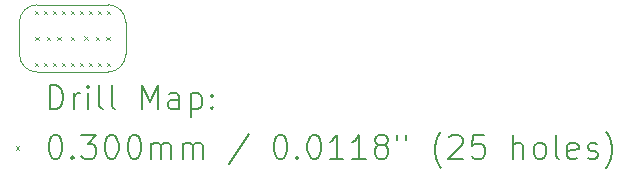
<source format=gbr>
%TF.GenerationSoftware,KiCad,Pcbnew,8.0.7-8.0.7-0~ubuntu24.04.1*%
%TF.CreationDate,2024-12-31T11:08:09-07:00*%
%TF.ProjectId,Verticale Sensor Spacer,56657274-6963-4616-9c65-2053656e736f,V1*%
%TF.SameCoordinates,Original*%
%TF.FileFunction,Drillmap*%
%TF.FilePolarity,Positive*%
%FSLAX45Y45*%
G04 Gerber Fmt 4.5, Leading zero omitted, Abs format (unit mm)*
G04 Created by KiCad (PCBNEW 8.0.7-8.0.7-0~ubuntu24.04.1) date 2024-12-31 11:08:09*
%MOMM*%
%LPD*%
G01*
G04 APERTURE LIST*
%ADD10C,0.050000*%
%ADD11C,0.200000*%
%ADD12C,0.100000*%
G04 APERTURE END LIST*
D10*
X14890000Y-9985000D02*
X14890000Y-10255000D01*
X14740000Y-9835000D02*
G75*
G02*
X14890000Y-9985000I0J-150000D01*
G01*
X14140000Y-9835000D02*
X14740000Y-9835000D01*
X14140000Y-10405000D02*
G75*
G02*
X13990000Y-10255000I0J150000D01*
G01*
X14890000Y-10255000D02*
G75*
G02*
X14740000Y-10405000I-150000J0D01*
G01*
X13990000Y-10255000D02*
X13990000Y-9985000D01*
X13990000Y-9985000D02*
G75*
G02*
X14140000Y-9835000I150000J0D01*
G01*
X14740000Y-10405000D02*
X14140000Y-10405000D01*
D11*
D12*
X14121003Y-9885023D02*
X14151003Y-9915023D01*
X14151003Y-9885023D02*
X14121003Y-9915023D01*
X14121142Y-10324848D02*
X14151142Y-10354848D01*
X14151142Y-10324848D02*
X14121142Y-10354848D01*
X14122596Y-10105263D02*
X14152596Y-10135263D01*
X14152596Y-10105263D02*
X14122596Y-10135263D01*
X14197002Y-9884583D02*
X14227002Y-9914583D01*
X14227002Y-9884583D02*
X14197002Y-9914583D01*
X14197140Y-10325372D02*
X14227140Y-10355372D01*
X14227140Y-10325372D02*
X14197140Y-10355372D01*
X14220000Y-10104943D02*
X14250000Y-10134943D01*
X14250000Y-10104943D02*
X14220000Y-10134943D01*
X14273001Y-9885013D02*
X14303001Y-9915013D01*
X14303001Y-9885013D02*
X14273001Y-9915013D01*
X14273140Y-10324999D02*
X14303140Y-10354999D01*
X14303140Y-10324999D02*
X14273140Y-10354999D01*
X14311575Y-10105407D02*
X14341575Y-10135407D01*
X14341575Y-10105407D02*
X14311575Y-10135407D01*
X14349001Y-9884931D02*
X14379001Y-9914931D01*
X14379001Y-9884931D02*
X14349001Y-9914931D01*
X14349140Y-10325000D02*
X14379140Y-10355000D01*
X14379140Y-10325000D02*
X14349140Y-10355000D01*
X14425000Y-9885408D02*
X14455000Y-9915408D01*
X14455000Y-9885408D02*
X14425000Y-9915408D01*
X14425000Y-10105000D02*
X14455000Y-10135000D01*
X14455000Y-10105000D02*
X14425000Y-10135000D01*
X14425140Y-10325000D02*
X14455140Y-10355000D01*
X14455140Y-10325000D02*
X14425140Y-10355000D01*
X14500998Y-9884891D02*
X14530998Y-9914891D01*
X14530998Y-9884891D02*
X14500998Y-9914891D01*
X14501140Y-10325000D02*
X14531140Y-10355000D01*
X14531140Y-10325000D02*
X14501140Y-10355000D01*
X14537719Y-10103648D02*
X14567719Y-10133648D01*
X14567719Y-10103648D02*
X14537719Y-10133648D01*
X14576999Y-9885020D02*
X14606999Y-9915020D01*
X14606999Y-9885020D02*
X14576999Y-9915020D01*
X14577141Y-10325000D02*
X14607141Y-10355000D01*
X14607141Y-10325000D02*
X14577141Y-10355000D01*
X14635078Y-10105078D02*
X14665078Y-10135078D01*
X14665078Y-10105078D02*
X14635078Y-10135078D01*
X14652998Y-9884583D02*
X14682998Y-9914583D01*
X14682998Y-9884583D02*
X14652998Y-9914583D01*
X14653298Y-10324999D02*
X14683298Y-10354999D01*
X14683298Y-10324999D02*
X14653298Y-10354999D01*
X14727326Y-10104644D02*
X14757326Y-10134644D01*
X14757326Y-10104644D02*
X14727326Y-10134644D01*
X14728995Y-9885192D02*
X14758995Y-9915192D01*
X14758995Y-9885192D02*
X14728995Y-9915192D01*
X14729298Y-10325008D02*
X14759298Y-10355008D01*
X14759298Y-10325008D02*
X14729298Y-10355008D01*
D11*
X14248277Y-10718984D02*
X14248277Y-10518984D01*
X14248277Y-10518984D02*
X14295896Y-10518984D01*
X14295896Y-10518984D02*
X14324467Y-10528508D01*
X14324467Y-10528508D02*
X14343515Y-10547555D01*
X14343515Y-10547555D02*
X14353039Y-10566603D01*
X14353039Y-10566603D02*
X14362562Y-10604698D01*
X14362562Y-10604698D02*
X14362562Y-10633270D01*
X14362562Y-10633270D02*
X14353039Y-10671365D01*
X14353039Y-10671365D02*
X14343515Y-10690412D01*
X14343515Y-10690412D02*
X14324467Y-10709460D01*
X14324467Y-10709460D02*
X14295896Y-10718984D01*
X14295896Y-10718984D02*
X14248277Y-10718984D01*
X14448277Y-10718984D02*
X14448277Y-10585650D01*
X14448277Y-10623746D02*
X14457801Y-10604698D01*
X14457801Y-10604698D02*
X14467324Y-10595174D01*
X14467324Y-10595174D02*
X14486372Y-10585650D01*
X14486372Y-10585650D02*
X14505420Y-10585650D01*
X14572086Y-10718984D02*
X14572086Y-10585650D01*
X14572086Y-10518984D02*
X14562562Y-10528508D01*
X14562562Y-10528508D02*
X14572086Y-10538031D01*
X14572086Y-10538031D02*
X14581610Y-10528508D01*
X14581610Y-10528508D02*
X14572086Y-10518984D01*
X14572086Y-10518984D02*
X14572086Y-10538031D01*
X14695896Y-10718984D02*
X14676848Y-10709460D01*
X14676848Y-10709460D02*
X14667324Y-10690412D01*
X14667324Y-10690412D02*
X14667324Y-10518984D01*
X14800658Y-10718984D02*
X14781610Y-10709460D01*
X14781610Y-10709460D02*
X14772086Y-10690412D01*
X14772086Y-10690412D02*
X14772086Y-10518984D01*
X15029229Y-10718984D02*
X15029229Y-10518984D01*
X15029229Y-10518984D02*
X15095896Y-10661841D01*
X15095896Y-10661841D02*
X15162562Y-10518984D01*
X15162562Y-10518984D02*
X15162562Y-10718984D01*
X15343515Y-10718984D02*
X15343515Y-10614222D01*
X15343515Y-10614222D02*
X15333991Y-10595174D01*
X15333991Y-10595174D02*
X15314943Y-10585650D01*
X15314943Y-10585650D02*
X15276848Y-10585650D01*
X15276848Y-10585650D02*
X15257801Y-10595174D01*
X15343515Y-10709460D02*
X15324467Y-10718984D01*
X15324467Y-10718984D02*
X15276848Y-10718984D01*
X15276848Y-10718984D02*
X15257801Y-10709460D01*
X15257801Y-10709460D02*
X15248277Y-10690412D01*
X15248277Y-10690412D02*
X15248277Y-10671365D01*
X15248277Y-10671365D02*
X15257801Y-10652317D01*
X15257801Y-10652317D02*
X15276848Y-10642793D01*
X15276848Y-10642793D02*
X15324467Y-10642793D01*
X15324467Y-10642793D02*
X15343515Y-10633270D01*
X15438753Y-10585650D02*
X15438753Y-10785650D01*
X15438753Y-10595174D02*
X15457801Y-10585650D01*
X15457801Y-10585650D02*
X15495896Y-10585650D01*
X15495896Y-10585650D02*
X15514943Y-10595174D01*
X15514943Y-10595174D02*
X15524467Y-10604698D01*
X15524467Y-10604698D02*
X15533991Y-10623746D01*
X15533991Y-10623746D02*
X15533991Y-10680889D01*
X15533991Y-10680889D02*
X15524467Y-10699936D01*
X15524467Y-10699936D02*
X15514943Y-10709460D01*
X15514943Y-10709460D02*
X15495896Y-10718984D01*
X15495896Y-10718984D02*
X15457801Y-10718984D01*
X15457801Y-10718984D02*
X15438753Y-10709460D01*
X15619705Y-10699936D02*
X15629229Y-10709460D01*
X15629229Y-10709460D02*
X15619705Y-10718984D01*
X15619705Y-10718984D02*
X15610182Y-10709460D01*
X15610182Y-10709460D02*
X15619705Y-10699936D01*
X15619705Y-10699936D02*
X15619705Y-10718984D01*
X15619705Y-10595174D02*
X15629229Y-10604698D01*
X15629229Y-10604698D02*
X15619705Y-10614222D01*
X15619705Y-10614222D02*
X15610182Y-10604698D01*
X15610182Y-10604698D02*
X15619705Y-10595174D01*
X15619705Y-10595174D02*
X15619705Y-10614222D01*
D12*
X13957500Y-11032500D02*
X13987500Y-11062500D01*
X13987500Y-11032500D02*
X13957500Y-11062500D01*
D11*
X14286372Y-10938984D02*
X14305420Y-10938984D01*
X14305420Y-10938984D02*
X14324467Y-10948508D01*
X14324467Y-10948508D02*
X14333991Y-10958031D01*
X14333991Y-10958031D02*
X14343515Y-10977079D01*
X14343515Y-10977079D02*
X14353039Y-11015174D01*
X14353039Y-11015174D02*
X14353039Y-11062793D01*
X14353039Y-11062793D02*
X14343515Y-11100889D01*
X14343515Y-11100889D02*
X14333991Y-11119936D01*
X14333991Y-11119936D02*
X14324467Y-11129460D01*
X14324467Y-11129460D02*
X14305420Y-11138984D01*
X14305420Y-11138984D02*
X14286372Y-11138984D01*
X14286372Y-11138984D02*
X14267324Y-11129460D01*
X14267324Y-11129460D02*
X14257801Y-11119936D01*
X14257801Y-11119936D02*
X14248277Y-11100889D01*
X14248277Y-11100889D02*
X14238753Y-11062793D01*
X14238753Y-11062793D02*
X14238753Y-11015174D01*
X14238753Y-11015174D02*
X14248277Y-10977079D01*
X14248277Y-10977079D02*
X14257801Y-10958031D01*
X14257801Y-10958031D02*
X14267324Y-10948508D01*
X14267324Y-10948508D02*
X14286372Y-10938984D01*
X14438753Y-11119936D02*
X14448277Y-11129460D01*
X14448277Y-11129460D02*
X14438753Y-11138984D01*
X14438753Y-11138984D02*
X14429229Y-11129460D01*
X14429229Y-11129460D02*
X14438753Y-11119936D01*
X14438753Y-11119936D02*
X14438753Y-11138984D01*
X14514943Y-10938984D02*
X14638753Y-10938984D01*
X14638753Y-10938984D02*
X14572086Y-11015174D01*
X14572086Y-11015174D02*
X14600658Y-11015174D01*
X14600658Y-11015174D02*
X14619705Y-11024698D01*
X14619705Y-11024698D02*
X14629229Y-11034222D01*
X14629229Y-11034222D02*
X14638753Y-11053270D01*
X14638753Y-11053270D02*
X14638753Y-11100889D01*
X14638753Y-11100889D02*
X14629229Y-11119936D01*
X14629229Y-11119936D02*
X14619705Y-11129460D01*
X14619705Y-11129460D02*
X14600658Y-11138984D01*
X14600658Y-11138984D02*
X14543515Y-11138984D01*
X14543515Y-11138984D02*
X14524467Y-11129460D01*
X14524467Y-11129460D02*
X14514943Y-11119936D01*
X14762562Y-10938984D02*
X14781610Y-10938984D01*
X14781610Y-10938984D02*
X14800658Y-10948508D01*
X14800658Y-10948508D02*
X14810182Y-10958031D01*
X14810182Y-10958031D02*
X14819705Y-10977079D01*
X14819705Y-10977079D02*
X14829229Y-11015174D01*
X14829229Y-11015174D02*
X14829229Y-11062793D01*
X14829229Y-11062793D02*
X14819705Y-11100889D01*
X14819705Y-11100889D02*
X14810182Y-11119936D01*
X14810182Y-11119936D02*
X14800658Y-11129460D01*
X14800658Y-11129460D02*
X14781610Y-11138984D01*
X14781610Y-11138984D02*
X14762562Y-11138984D01*
X14762562Y-11138984D02*
X14743515Y-11129460D01*
X14743515Y-11129460D02*
X14733991Y-11119936D01*
X14733991Y-11119936D02*
X14724467Y-11100889D01*
X14724467Y-11100889D02*
X14714943Y-11062793D01*
X14714943Y-11062793D02*
X14714943Y-11015174D01*
X14714943Y-11015174D02*
X14724467Y-10977079D01*
X14724467Y-10977079D02*
X14733991Y-10958031D01*
X14733991Y-10958031D02*
X14743515Y-10948508D01*
X14743515Y-10948508D02*
X14762562Y-10938984D01*
X14953039Y-10938984D02*
X14972086Y-10938984D01*
X14972086Y-10938984D02*
X14991134Y-10948508D01*
X14991134Y-10948508D02*
X15000658Y-10958031D01*
X15000658Y-10958031D02*
X15010182Y-10977079D01*
X15010182Y-10977079D02*
X15019705Y-11015174D01*
X15019705Y-11015174D02*
X15019705Y-11062793D01*
X15019705Y-11062793D02*
X15010182Y-11100889D01*
X15010182Y-11100889D02*
X15000658Y-11119936D01*
X15000658Y-11119936D02*
X14991134Y-11129460D01*
X14991134Y-11129460D02*
X14972086Y-11138984D01*
X14972086Y-11138984D02*
X14953039Y-11138984D01*
X14953039Y-11138984D02*
X14933991Y-11129460D01*
X14933991Y-11129460D02*
X14924467Y-11119936D01*
X14924467Y-11119936D02*
X14914943Y-11100889D01*
X14914943Y-11100889D02*
X14905420Y-11062793D01*
X14905420Y-11062793D02*
X14905420Y-11015174D01*
X14905420Y-11015174D02*
X14914943Y-10977079D01*
X14914943Y-10977079D02*
X14924467Y-10958031D01*
X14924467Y-10958031D02*
X14933991Y-10948508D01*
X14933991Y-10948508D02*
X14953039Y-10938984D01*
X15105420Y-11138984D02*
X15105420Y-11005650D01*
X15105420Y-11024698D02*
X15114943Y-11015174D01*
X15114943Y-11015174D02*
X15133991Y-11005650D01*
X15133991Y-11005650D02*
X15162563Y-11005650D01*
X15162563Y-11005650D02*
X15181610Y-11015174D01*
X15181610Y-11015174D02*
X15191134Y-11034222D01*
X15191134Y-11034222D02*
X15191134Y-11138984D01*
X15191134Y-11034222D02*
X15200658Y-11015174D01*
X15200658Y-11015174D02*
X15219705Y-11005650D01*
X15219705Y-11005650D02*
X15248277Y-11005650D01*
X15248277Y-11005650D02*
X15267324Y-11015174D01*
X15267324Y-11015174D02*
X15276848Y-11034222D01*
X15276848Y-11034222D02*
X15276848Y-11138984D01*
X15372086Y-11138984D02*
X15372086Y-11005650D01*
X15372086Y-11024698D02*
X15381610Y-11015174D01*
X15381610Y-11015174D02*
X15400658Y-11005650D01*
X15400658Y-11005650D02*
X15429229Y-11005650D01*
X15429229Y-11005650D02*
X15448277Y-11015174D01*
X15448277Y-11015174D02*
X15457801Y-11034222D01*
X15457801Y-11034222D02*
X15457801Y-11138984D01*
X15457801Y-11034222D02*
X15467324Y-11015174D01*
X15467324Y-11015174D02*
X15486372Y-11005650D01*
X15486372Y-11005650D02*
X15514943Y-11005650D01*
X15514943Y-11005650D02*
X15533991Y-11015174D01*
X15533991Y-11015174D02*
X15543515Y-11034222D01*
X15543515Y-11034222D02*
X15543515Y-11138984D01*
X15933991Y-10929460D02*
X15762563Y-11186603D01*
X16191134Y-10938984D02*
X16210182Y-10938984D01*
X16210182Y-10938984D02*
X16229229Y-10948508D01*
X16229229Y-10948508D02*
X16238753Y-10958031D01*
X16238753Y-10958031D02*
X16248277Y-10977079D01*
X16248277Y-10977079D02*
X16257801Y-11015174D01*
X16257801Y-11015174D02*
X16257801Y-11062793D01*
X16257801Y-11062793D02*
X16248277Y-11100889D01*
X16248277Y-11100889D02*
X16238753Y-11119936D01*
X16238753Y-11119936D02*
X16229229Y-11129460D01*
X16229229Y-11129460D02*
X16210182Y-11138984D01*
X16210182Y-11138984D02*
X16191134Y-11138984D01*
X16191134Y-11138984D02*
X16172086Y-11129460D01*
X16172086Y-11129460D02*
X16162563Y-11119936D01*
X16162563Y-11119936D02*
X16153039Y-11100889D01*
X16153039Y-11100889D02*
X16143515Y-11062793D01*
X16143515Y-11062793D02*
X16143515Y-11015174D01*
X16143515Y-11015174D02*
X16153039Y-10977079D01*
X16153039Y-10977079D02*
X16162563Y-10958031D01*
X16162563Y-10958031D02*
X16172086Y-10948508D01*
X16172086Y-10948508D02*
X16191134Y-10938984D01*
X16343515Y-11119936D02*
X16353039Y-11129460D01*
X16353039Y-11129460D02*
X16343515Y-11138984D01*
X16343515Y-11138984D02*
X16333991Y-11129460D01*
X16333991Y-11129460D02*
X16343515Y-11119936D01*
X16343515Y-11119936D02*
X16343515Y-11138984D01*
X16476848Y-10938984D02*
X16495896Y-10938984D01*
X16495896Y-10938984D02*
X16514944Y-10948508D01*
X16514944Y-10948508D02*
X16524467Y-10958031D01*
X16524467Y-10958031D02*
X16533991Y-10977079D01*
X16533991Y-10977079D02*
X16543515Y-11015174D01*
X16543515Y-11015174D02*
X16543515Y-11062793D01*
X16543515Y-11062793D02*
X16533991Y-11100889D01*
X16533991Y-11100889D02*
X16524467Y-11119936D01*
X16524467Y-11119936D02*
X16514944Y-11129460D01*
X16514944Y-11129460D02*
X16495896Y-11138984D01*
X16495896Y-11138984D02*
X16476848Y-11138984D01*
X16476848Y-11138984D02*
X16457801Y-11129460D01*
X16457801Y-11129460D02*
X16448277Y-11119936D01*
X16448277Y-11119936D02*
X16438753Y-11100889D01*
X16438753Y-11100889D02*
X16429229Y-11062793D01*
X16429229Y-11062793D02*
X16429229Y-11015174D01*
X16429229Y-11015174D02*
X16438753Y-10977079D01*
X16438753Y-10977079D02*
X16448277Y-10958031D01*
X16448277Y-10958031D02*
X16457801Y-10948508D01*
X16457801Y-10948508D02*
X16476848Y-10938984D01*
X16733991Y-11138984D02*
X16619706Y-11138984D01*
X16676848Y-11138984D02*
X16676848Y-10938984D01*
X16676848Y-10938984D02*
X16657801Y-10967555D01*
X16657801Y-10967555D02*
X16638753Y-10986603D01*
X16638753Y-10986603D02*
X16619706Y-10996127D01*
X16924468Y-11138984D02*
X16810182Y-11138984D01*
X16867325Y-11138984D02*
X16867325Y-10938984D01*
X16867325Y-10938984D02*
X16848277Y-10967555D01*
X16848277Y-10967555D02*
X16829229Y-10986603D01*
X16829229Y-10986603D02*
X16810182Y-10996127D01*
X17038753Y-11024698D02*
X17019706Y-11015174D01*
X17019706Y-11015174D02*
X17010182Y-11005650D01*
X17010182Y-11005650D02*
X17000658Y-10986603D01*
X17000658Y-10986603D02*
X17000658Y-10977079D01*
X17000658Y-10977079D02*
X17010182Y-10958031D01*
X17010182Y-10958031D02*
X17019706Y-10948508D01*
X17019706Y-10948508D02*
X17038753Y-10938984D01*
X17038753Y-10938984D02*
X17076849Y-10938984D01*
X17076849Y-10938984D02*
X17095896Y-10948508D01*
X17095896Y-10948508D02*
X17105420Y-10958031D01*
X17105420Y-10958031D02*
X17114944Y-10977079D01*
X17114944Y-10977079D02*
X17114944Y-10986603D01*
X17114944Y-10986603D02*
X17105420Y-11005650D01*
X17105420Y-11005650D02*
X17095896Y-11015174D01*
X17095896Y-11015174D02*
X17076849Y-11024698D01*
X17076849Y-11024698D02*
X17038753Y-11024698D01*
X17038753Y-11024698D02*
X17019706Y-11034222D01*
X17019706Y-11034222D02*
X17010182Y-11043746D01*
X17010182Y-11043746D02*
X17000658Y-11062793D01*
X17000658Y-11062793D02*
X17000658Y-11100889D01*
X17000658Y-11100889D02*
X17010182Y-11119936D01*
X17010182Y-11119936D02*
X17019706Y-11129460D01*
X17019706Y-11129460D02*
X17038753Y-11138984D01*
X17038753Y-11138984D02*
X17076849Y-11138984D01*
X17076849Y-11138984D02*
X17095896Y-11129460D01*
X17095896Y-11129460D02*
X17105420Y-11119936D01*
X17105420Y-11119936D02*
X17114944Y-11100889D01*
X17114944Y-11100889D02*
X17114944Y-11062793D01*
X17114944Y-11062793D02*
X17105420Y-11043746D01*
X17105420Y-11043746D02*
X17095896Y-11034222D01*
X17095896Y-11034222D02*
X17076849Y-11024698D01*
X17191134Y-10938984D02*
X17191134Y-10977079D01*
X17267325Y-10938984D02*
X17267325Y-10977079D01*
X17562563Y-11215174D02*
X17553039Y-11205650D01*
X17553039Y-11205650D02*
X17533991Y-11177079D01*
X17533991Y-11177079D02*
X17524468Y-11158031D01*
X17524468Y-11158031D02*
X17514944Y-11129460D01*
X17514944Y-11129460D02*
X17505420Y-11081841D01*
X17505420Y-11081841D02*
X17505420Y-11043746D01*
X17505420Y-11043746D02*
X17514944Y-10996127D01*
X17514944Y-10996127D02*
X17524468Y-10967555D01*
X17524468Y-10967555D02*
X17533991Y-10948508D01*
X17533991Y-10948508D02*
X17553039Y-10919936D01*
X17553039Y-10919936D02*
X17562563Y-10910412D01*
X17629230Y-10958031D02*
X17638753Y-10948508D01*
X17638753Y-10948508D02*
X17657801Y-10938984D01*
X17657801Y-10938984D02*
X17705420Y-10938984D01*
X17705420Y-10938984D02*
X17724468Y-10948508D01*
X17724468Y-10948508D02*
X17733991Y-10958031D01*
X17733991Y-10958031D02*
X17743515Y-10977079D01*
X17743515Y-10977079D02*
X17743515Y-10996127D01*
X17743515Y-10996127D02*
X17733991Y-11024698D01*
X17733991Y-11024698D02*
X17619706Y-11138984D01*
X17619706Y-11138984D02*
X17743515Y-11138984D01*
X17924468Y-10938984D02*
X17829230Y-10938984D01*
X17829230Y-10938984D02*
X17819706Y-11034222D01*
X17819706Y-11034222D02*
X17829230Y-11024698D01*
X17829230Y-11024698D02*
X17848277Y-11015174D01*
X17848277Y-11015174D02*
X17895896Y-11015174D01*
X17895896Y-11015174D02*
X17914944Y-11024698D01*
X17914944Y-11024698D02*
X17924468Y-11034222D01*
X17924468Y-11034222D02*
X17933991Y-11053270D01*
X17933991Y-11053270D02*
X17933991Y-11100889D01*
X17933991Y-11100889D02*
X17924468Y-11119936D01*
X17924468Y-11119936D02*
X17914944Y-11129460D01*
X17914944Y-11129460D02*
X17895896Y-11138984D01*
X17895896Y-11138984D02*
X17848277Y-11138984D01*
X17848277Y-11138984D02*
X17829230Y-11129460D01*
X17829230Y-11129460D02*
X17819706Y-11119936D01*
X18172087Y-11138984D02*
X18172087Y-10938984D01*
X18257801Y-11138984D02*
X18257801Y-11034222D01*
X18257801Y-11034222D02*
X18248277Y-11015174D01*
X18248277Y-11015174D02*
X18229230Y-11005650D01*
X18229230Y-11005650D02*
X18200658Y-11005650D01*
X18200658Y-11005650D02*
X18181611Y-11015174D01*
X18181611Y-11015174D02*
X18172087Y-11024698D01*
X18381611Y-11138984D02*
X18362563Y-11129460D01*
X18362563Y-11129460D02*
X18353039Y-11119936D01*
X18353039Y-11119936D02*
X18343515Y-11100889D01*
X18343515Y-11100889D02*
X18343515Y-11043746D01*
X18343515Y-11043746D02*
X18353039Y-11024698D01*
X18353039Y-11024698D02*
X18362563Y-11015174D01*
X18362563Y-11015174D02*
X18381611Y-11005650D01*
X18381611Y-11005650D02*
X18410182Y-11005650D01*
X18410182Y-11005650D02*
X18429230Y-11015174D01*
X18429230Y-11015174D02*
X18438753Y-11024698D01*
X18438753Y-11024698D02*
X18448277Y-11043746D01*
X18448277Y-11043746D02*
X18448277Y-11100889D01*
X18448277Y-11100889D02*
X18438753Y-11119936D01*
X18438753Y-11119936D02*
X18429230Y-11129460D01*
X18429230Y-11129460D02*
X18410182Y-11138984D01*
X18410182Y-11138984D02*
X18381611Y-11138984D01*
X18562563Y-11138984D02*
X18543515Y-11129460D01*
X18543515Y-11129460D02*
X18533992Y-11110412D01*
X18533992Y-11110412D02*
X18533992Y-10938984D01*
X18714944Y-11129460D02*
X18695896Y-11138984D01*
X18695896Y-11138984D02*
X18657801Y-11138984D01*
X18657801Y-11138984D02*
X18638753Y-11129460D01*
X18638753Y-11129460D02*
X18629230Y-11110412D01*
X18629230Y-11110412D02*
X18629230Y-11034222D01*
X18629230Y-11034222D02*
X18638753Y-11015174D01*
X18638753Y-11015174D02*
X18657801Y-11005650D01*
X18657801Y-11005650D02*
X18695896Y-11005650D01*
X18695896Y-11005650D02*
X18714944Y-11015174D01*
X18714944Y-11015174D02*
X18724468Y-11034222D01*
X18724468Y-11034222D02*
X18724468Y-11053270D01*
X18724468Y-11053270D02*
X18629230Y-11072317D01*
X18800658Y-11129460D02*
X18819706Y-11138984D01*
X18819706Y-11138984D02*
X18857801Y-11138984D01*
X18857801Y-11138984D02*
X18876849Y-11129460D01*
X18876849Y-11129460D02*
X18886373Y-11110412D01*
X18886373Y-11110412D02*
X18886373Y-11100889D01*
X18886373Y-11100889D02*
X18876849Y-11081841D01*
X18876849Y-11081841D02*
X18857801Y-11072317D01*
X18857801Y-11072317D02*
X18829230Y-11072317D01*
X18829230Y-11072317D02*
X18810182Y-11062793D01*
X18810182Y-11062793D02*
X18800658Y-11043746D01*
X18800658Y-11043746D02*
X18800658Y-11034222D01*
X18800658Y-11034222D02*
X18810182Y-11015174D01*
X18810182Y-11015174D02*
X18829230Y-11005650D01*
X18829230Y-11005650D02*
X18857801Y-11005650D01*
X18857801Y-11005650D02*
X18876849Y-11015174D01*
X18953039Y-11215174D02*
X18962563Y-11205650D01*
X18962563Y-11205650D02*
X18981611Y-11177079D01*
X18981611Y-11177079D02*
X18991134Y-11158031D01*
X18991134Y-11158031D02*
X19000658Y-11129460D01*
X19000658Y-11129460D02*
X19010182Y-11081841D01*
X19010182Y-11081841D02*
X19010182Y-11043746D01*
X19010182Y-11043746D02*
X19000658Y-10996127D01*
X19000658Y-10996127D02*
X18991134Y-10967555D01*
X18991134Y-10967555D02*
X18981611Y-10948508D01*
X18981611Y-10948508D02*
X18962563Y-10919936D01*
X18962563Y-10919936D02*
X18953039Y-10910412D01*
M02*

</source>
